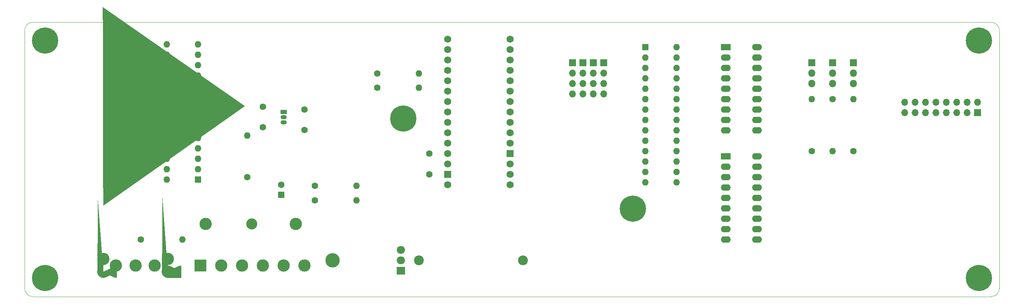
<source format=gbr>
%TF.GenerationSoftware,KiCad,Pcbnew,7.0.2-0*%
%TF.CreationDate,2023-12-06T22:19:45+00:00*%
%TF.ProjectId,cont_board,636f6e74-5f62-46f6-9172-642e6b696361,rev?*%
%TF.SameCoordinates,PX17d7840PY791ddc0*%
%TF.FileFunction,Soldermask,Bot*%
%TF.FilePolarity,Negative*%
%FSLAX46Y46*%
G04 Gerber Fmt 4.6, Leading zero omitted, Abs format (unit mm)*
G04 Created by KiCad (PCBNEW 7.0.2-0) date 2023-12-06 22:19:45*
%MOMM*%
%LPD*%
G01*
G04 APERTURE LIST*
G04 Aperture macros list*
%AMRoundRect*
0 Rectangle with rounded corners*
0 $1 Rounding radius*
0 $2 $3 $4 $5 $6 $7 $8 $9 X,Y pos of 4 corners*
0 Add a 4 corners polygon primitive as box body*
4,1,4,$2,$3,$4,$5,$6,$7,$8,$9,$2,$3,0*
0 Add four circle primitives for the rounded corners*
1,1,$1+$1,$2,$3*
1,1,$1+$1,$4,$5*
1,1,$1+$1,$6,$7*
1,1,$1+$1,$8,$9*
0 Add four rect primitives between the rounded corners*
20,1,$1+$1,$2,$3,$4,$5,0*
20,1,$1+$1,$4,$5,$6,$7,0*
20,1,$1+$1,$6,$7,$8,$9,0*
20,1,$1+$1,$8,$9,$2,$3,0*%
%AMFreePoly0*
4,1,62,3.195063,1.495106,3.210902,1.495106,3.223715,1.485796,3.238779,1.480902,3.248088,1.468088,3.260902,1.458779,3.265796,1.443715,3.275106,1.430902,3.275106,1.415062,3.280000,1.400000,3.280000,-1.400000,3.272000,-1.424619,3.266636,-1.449943,3.262586,-1.453593,3.260902,-1.458779,3.239958,-1.473995,3.220734,-1.491328,3.215312,-1.491901,3.210902,-1.495106,3.185011,-1.495106,
3.159273,-1.497828,2.569274,-1.372829,2.558068,-1.366369,2.545279,-1.364443,1.590000,-0.886803,0.634721,-1.364443,0.621931,-1.366369,0.610726,-1.372829,0.595680,-1.376015,0.380337,-1.449943,0.368228,-1.454100,0.123869,-1.494877,0.034659,-1.494877,0.020726,-1.497829,-0.005017,-1.495106,-0.030902,-1.495106,-0.031217,-1.494877,-0.123869,-1.494877,-0.368228,-1.454100,-0.602543,-1.373660,
-0.820422,-1.255750,-1.015922,-1.103586,-1.183711,-0.921319,-1.319211,-0.713921,-1.418726,-0.487049,-1.479542,-0.246892,-1.500000,0.000000,-1.479542,0.246892,-1.418726,0.487049,-1.319211,0.713921,-1.183711,0.921319,-1.015922,1.103586,-0.820422,1.255750,-0.602543,1.373660,-0.368228,1.454100,-0.123869,1.494877,-0.031217,1.494877,-0.030902,1.495106,-0.015063,1.495106,0.000000,1.500000,
3.180000,1.500000,3.195063,1.495106,3.195063,1.495106,$1*%
%AMFreePoly1*
4,1,61,0.034659,1.494877,0.123869,1.494877,0.368228,1.454100,0.595680,1.376015,0.610726,1.372829,0.621931,1.366369,0.634721,1.364443,1.590000,0.886803,2.545279,1.364443,2.558068,1.366369,2.569274,1.372829,3.159273,1.497828,3.185011,1.495106,3.210902,1.495106,3.215312,1.491901,3.220734,1.491328,3.239958,1.473995,3.260902,1.458779,3.262586,1.453593,3.266636,1.449943,
3.272000,1.424619,3.280000,1.400000,3.280000,-1.400000,3.275106,-1.415062,3.275106,-1.430902,3.265796,-1.443715,3.260902,-1.458779,3.248088,-1.468088,3.238779,-1.480902,3.223715,-1.485796,3.210902,-1.495106,3.195063,-1.495106,3.180000,-1.500000,0.000000,-1.500000,-0.015063,-1.495106,-0.030902,-1.495106,-0.031217,-1.494877,-0.123869,-1.494877,-0.368228,-1.454100,-0.602543,-1.373660,
-0.820422,-1.255750,-1.015922,-1.103586,-1.183711,-0.921319,-1.319211,-0.713921,-1.418726,-0.487049,-1.479542,-0.246892,-1.500000,0.000000,-1.479542,0.246892,-1.418726,0.487049,-1.319211,0.713921,-1.183711,0.921319,-1.015922,1.103586,-0.820422,1.255750,-0.602543,1.373660,-0.368228,1.454100,-0.123869,1.494877,-0.031217,1.494877,-0.030902,1.495106,-0.005017,1.495106,0.020726,1.497829,
0.034659,1.494877,0.034659,1.494877,$1*%
G04 Aperture macros list end*
%ADD10R,1.700000X1.700000*%
%ADD11O,1.700000X1.700000*%
%ADD12C,0.800000*%
%ADD13C,6.400000*%
%ADD14R,1.600000X1.600000*%
%ADD15C,1.600000*%
%ADD16C,2.700000*%
%ADD17C,3.000000*%
%ADD18R,2.400000X1.600000*%
%ADD19O,2.400000X1.600000*%
%ADD20R,1.800000X1.800000*%
%ADD21O,1.800000X1.800000*%
%ADD22C,1.727200*%
%ADD23R,1.727200X1.727200*%
%ADD24RoundRect,0.250000X0.600000X0.600000X-0.600000X0.600000X-0.600000X-0.600000X0.600000X-0.600000X0*%
%ADD25C,1.700000*%
%ADD26O,1.600000X1.600000*%
%ADD27C,2.400000*%
%ADD28O,2.400000X2.400000*%
%ADD29O,3.500000X3.500000*%
%ADD30R,2.000000X1.905000*%
%ADD31O,2.000000X1.905000*%
%ADD32FreePoly0,90.000000*%
%ADD33FreePoly1,90.000000*%
%ADD34R,3.000000X3.000000*%
%ADD35R,1.500000X1.050000*%
%ADD36O,1.500000X1.050000*%
%TA.AperFunction,Profile*%
%ADD37C,0.100000*%
%TD*%
G04 APERTURE END LIST*
D10*
%TO.C,J4*%
X141380000Y57150000D03*
D11*
X141380000Y54610000D03*
X141380000Y52070000D03*
X141380000Y49530000D03*
%TD*%
D10*
%TO.C,J3*%
X138830000Y57150000D03*
D11*
X138830000Y54610000D03*
X138830000Y52070000D03*
X138830000Y49530000D03*
%TD*%
D10*
%TO.C,J2*%
X136290000Y57150000D03*
D11*
X136290000Y54610000D03*
X136290000Y52070000D03*
X136290000Y49530000D03*
%TD*%
D10*
%TO.C,J1*%
X133750000Y57150000D03*
D11*
X133750000Y54610000D03*
X133750000Y52070000D03*
X133750000Y49530000D03*
%TD*%
D12*
%TO.C,H6*%
X148500000Y23900000D03*
X150197056Y19802944D03*
X150197056Y23197056D03*
X150900000Y21500000D03*
D13*
X148500000Y21500000D03*
D12*
X148500000Y19100000D03*
X146802944Y23197056D03*
X146802944Y19802944D03*
X146100000Y21500000D03*
%TD*%
%TO.C,H5*%
X230600000Y4500000D03*
X231302944Y2802944D03*
X231302944Y6197056D03*
X233000000Y2100000D03*
D13*
X233000000Y4500000D03*
D12*
X235400000Y4500000D03*
X234697056Y6197056D03*
X234697056Y2802944D03*
X233000000Y6900000D03*
%TD*%
%TO.C,H4*%
X92500000Y45900000D03*
X94197056Y41802944D03*
X94197056Y45197056D03*
X94900000Y43500000D03*
D13*
X92500000Y43500000D03*
D12*
X92500000Y41100000D03*
X90802944Y45197056D03*
X90802944Y41802944D03*
X90100000Y43500000D03*
%TD*%
%TO.C,H3*%
X233000000Y64900000D03*
X234697056Y60802944D03*
X234697056Y64197056D03*
X235400000Y62500000D03*
D13*
X233000000Y62500000D03*
D12*
X233000000Y60100000D03*
X231302944Y64197056D03*
X231302944Y60802944D03*
X230600000Y62500000D03*
%TD*%
%TO.C,H2*%
X5000000Y64900000D03*
X6697056Y60802944D03*
X6697056Y64197056D03*
X7400000Y62500000D03*
D13*
X5000000Y62500000D03*
D12*
X5000000Y60100000D03*
X3302944Y64197056D03*
X3302944Y60802944D03*
X2600000Y62500000D03*
%TD*%
%TO.C,H1*%
X2600000Y4500000D03*
X3302944Y2802944D03*
X3302944Y6197056D03*
X5000000Y2100000D03*
D13*
X5000000Y4500000D03*
D12*
X7400000Y4500000D03*
X6697056Y6197056D03*
X6697056Y2802944D03*
X5000000Y6900000D03*
%TD*%
D14*
%TO.C,C1*%
X62630000Y24829887D03*
D15*
X62630000Y27329887D03*
%TD*%
D16*
%TO.C,F1*%
X55465000Y17780000D03*
D17*
X44215000Y17780000D03*
X66215000Y17780000D03*
%TD*%
D15*
%TO.C,C6*%
X98825000Y29885000D03*
X98825000Y34885000D03*
%TD*%
D18*
%TO.C,U3*%
X171225000Y60950000D03*
D19*
X171225000Y58410000D03*
X171225000Y55870000D03*
X171225000Y53330000D03*
X171225000Y50790000D03*
X171225000Y48250000D03*
X171225000Y45710000D03*
X171225000Y43170000D03*
X171225000Y40630000D03*
X178845000Y40630000D03*
X178845000Y43170000D03*
X178845000Y45710000D03*
X178845000Y48250000D03*
X178845000Y50790000D03*
X178845000Y53330000D03*
X178845000Y55870000D03*
X178845000Y58410000D03*
X178845000Y60950000D03*
%TD*%
D15*
%TO.C,C3*%
X68345000Y45680000D03*
X68345000Y40680000D03*
%TD*%
D20*
%TO.C,Q2*%
X197250000Y57150000D03*
D21*
X197250000Y54610000D03*
X197250000Y52070000D03*
%TD*%
D22*
%TO.C,A1*%
X103270000Y60325000D03*
X103270000Y34925000D03*
X103270000Y55245000D03*
X103270000Y52705000D03*
X103270000Y50165000D03*
X103270000Y47625000D03*
X103270000Y45085000D03*
X103270000Y42545000D03*
X103270000Y40005000D03*
X103270000Y37465000D03*
X103270000Y57785000D03*
X118510000Y29845000D03*
X118510000Y27305000D03*
X118510000Y37465000D03*
X118510000Y40005000D03*
X118510000Y42545000D03*
X118510000Y45085000D03*
X118510000Y47625000D03*
X118510000Y50165000D03*
X118510000Y52705000D03*
X118510000Y55245000D03*
X118510000Y57785000D03*
X118510000Y60325000D03*
X118510000Y62865000D03*
X103270000Y62865000D03*
D23*
X118510000Y34925000D03*
X103270000Y29845000D03*
D22*
X118510000Y32385000D03*
X103270000Y32385000D03*
X103270000Y27305000D03*
%TD*%
D24*
%TO.C,PL2*%
X23250000Y27940000D03*
D25*
X20710000Y27940000D03*
X23250000Y30480000D03*
X20710000Y30480000D03*
X23250000Y33020000D03*
X20710000Y33020000D03*
X23250000Y35560000D03*
X20710000Y35560000D03*
X23250000Y38100000D03*
X20710000Y38100000D03*
X23250000Y40640000D03*
X20710000Y40640000D03*
X23250000Y43180000D03*
X20710000Y43180000D03*
X23250000Y45720000D03*
X20710000Y45720000D03*
%TD*%
D26*
%TO.C,R7*%
X96285000Y51000000D03*
D15*
X86125000Y51000000D03*
%TD*%
D26*
%TO.C,R6*%
X96285000Y54500000D03*
D15*
X86125000Y54500000D03*
%TD*%
D14*
%TO.C,U4*%
X151540000Y60960000D03*
D26*
X151540000Y58420000D03*
X151540000Y55880000D03*
X151540000Y53340000D03*
X151540000Y50800000D03*
X151540000Y48260000D03*
X151540000Y45720000D03*
X151540000Y43180000D03*
X151540000Y40640000D03*
X151540000Y38100000D03*
X151540000Y35560000D03*
X151540000Y33020000D03*
X151540000Y30480000D03*
X151540000Y27940000D03*
X159160000Y27940000D03*
X159160000Y30480000D03*
X159160000Y33020000D03*
X159160000Y35560000D03*
X159160000Y38100000D03*
X159160000Y40640000D03*
X159160000Y43180000D03*
X159160000Y45720000D03*
X159160000Y48260000D03*
X159160000Y50800000D03*
X159160000Y53340000D03*
X159160000Y55880000D03*
X159160000Y58420000D03*
X159160000Y60960000D03*
%TD*%
D15*
%TO.C,R9*%
X197250000Y48260000D03*
D26*
X197250000Y35560000D03*
%TD*%
D15*
%TO.C,R4*%
X70885000Y23495000D03*
D26*
X81045000Y23495000D03*
%TD*%
%TO.C,R2*%
X38500000Y13970000D03*
D15*
X28340000Y13970000D03*
%TD*%
D14*
%TO.C,U2*%
X42300000Y28575000D03*
D26*
X42300000Y31115000D03*
X42300000Y33655000D03*
X42300000Y36195000D03*
X42300000Y38735000D03*
X42300000Y41275000D03*
X42300000Y43815000D03*
X42300000Y46355000D03*
X42300000Y48895000D03*
X42300000Y51435000D03*
X42300000Y53975000D03*
X42300000Y56515000D03*
X42300000Y59055000D03*
X42300000Y61595000D03*
X34680000Y61595000D03*
X34680000Y59055000D03*
X34680000Y56515000D03*
X34680000Y53975000D03*
X34680000Y51435000D03*
X34680000Y48895000D03*
X34680000Y46355000D03*
X34680000Y43815000D03*
X34680000Y41275000D03*
X34680000Y38735000D03*
X34680000Y36195000D03*
X34680000Y33655000D03*
X34680000Y31115000D03*
X34680000Y28575000D03*
%TD*%
D20*
%TO.C,Q1*%
X192170000Y57150000D03*
D21*
X192170000Y54610000D03*
X192170000Y52070000D03*
%TD*%
D15*
%TO.C,R1*%
X54375000Y29210000D03*
D26*
X54375000Y39370000D03*
%TD*%
D19*
%TO.C,U5*%
X178845000Y34280000D03*
X178845000Y31740000D03*
X178845000Y29200000D03*
X178845000Y26660000D03*
X178845000Y24120000D03*
X178845000Y21580000D03*
X178845000Y19040000D03*
X178845000Y16500000D03*
X178845000Y13960000D03*
X171225000Y13960000D03*
X171225000Y16500000D03*
X171225000Y19040000D03*
X171225000Y21580000D03*
X171225000Y24120000D03*
X171225000Y26660000D03*
X171225000Y29200000D03*
X171225000Y31740000D03*
D18*
X171225000Y34280000D03*
%TD*%
D15*
%TO.C,C2*%
X58185000Y41355000D03*
X58185000Y46355000D03*
%TD*%
D27*
%TO.C,R5*%
X96285000Y8890000D03*
D28*
X121685000Y8890000D03*
%TD*%
D15*
%TO.C,R3*%
X70885000Y27045000D03*
D26*
X81045000Y27045000D03*
%TD*%
D15*
%TO.C,R10*%
X202330000Y35560000D03*
D26*
X202330000Y48260000D03*
%TD*%
D29*
%TO.C,U1*%
X75180000Y8890000D03*
D30*
X91840000Y6350000D03*
D31*
X91840000Y8890000D03*
X91840000Y11430000D03*
%TD*%
D15*
%TO.C,R8*%
X192170000Y35560000D03*
D26*
X192170000Y48260000D03*
%TD*%
D17*
%TO.C,SW1*%
X31770000Y7620000D03*
X27070000Y7620000D03*
X22270000Y7620000D03*
D32*
X19195000Y6030000D03*
D17*
X19195000Y9210000D03*
D33*
X34945000Y6030000D03*
D17*
X34945000Y9210000D03*
%TD*%
D34*
%TO.C,PL1*%
X42945000Y7620000D03*
D17*
X48025000Y7620000D03*
X53105000Y7620000D03*
X58185000Y7620000D03*
X63265000Y7620000D03*
X68345000Y7620000D03*
%TD*%
D20*
%TO.C,Q3*%
X202330000Y57150000D03*
D21*
X202330000Y54610000D03*
X202330000Y52070000D03*
%TD*%
D35*
%TO.C,IC1*%
X63265000Y45085000D03*
D36*
X63265000Y43815000D03*
X63265000Y42545000D03*
%TD*%
D10*
%TO.C,PL3*%
X232710000Y44900000D03*
D11*
X230170000Y44900000D03*
X227630000Y44900000D03*
X225090000Y44900000D03*
X222550000Y44900000D03*
X220010000Y44900000D03*
X217470000Y44900000D03*
X214930000Y44900000D03*
X214930000Y47440000D03*
X217470000Y47440000D03*
X220010000Y47440000D03*
X222550000Y47440000D03*
X225090000Y47440000D03*
X227630000Y47440000D03*
X230170000Y47440000D03*
X232710000Y47440000D03*
%TD*%
D37*
X0Y2000000D02*
X0Y65000000D01*
X2000000Y67000000D02*
X236000000Y67000000D01*
X238000000Y65000000D02*
X238000000Y2000000D01*
X236000000Y0D02*
X2000000Y0D01*
X236000000Y0D02*
G75*
G03*
X238000000Y2000000I0J2000000D01*
G01*
X2000000Y67000000D02*
G75*
G03*
X0Y65000000I0J-2000000D01*
G01*
X0Y2000000D02*
G75*
G03*
X2000000Y0I2000000J0D01*
G01*
X238000000Y65000000D02*
G75*
G03*
X236000000Y67000000I-2000000J0D01*
G01*
M02*

</source>
